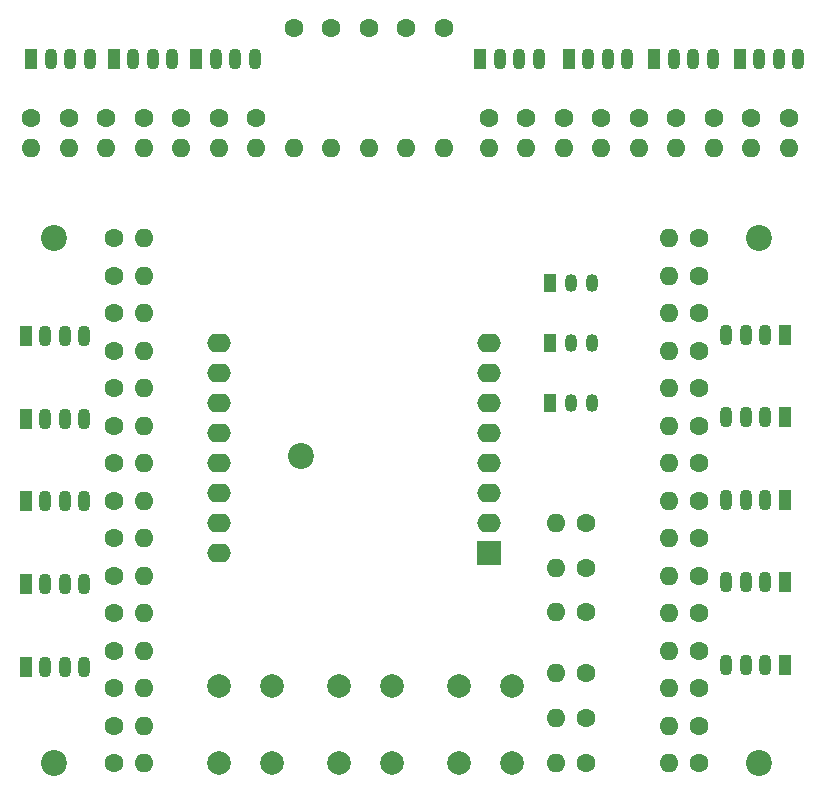
<source format=gbr>
%TF.GenerationSoftware,KiCad,Pcbnew,6.0.2-1.fc35*%
%TF.CreationDate,2022-04-11T21:16:46+02:00*%
%TF.ProjectId,lampe,6c616d70-652e-46b6-9963-61645f706362,v2*%
%TF.SameCoordinates,Original*%
%TF.FileFunction,Soldermask,Bot*%
%TF.FilePolarity,Negative*%
%FSLAX46Y46*%
G04 Gerber Fmt 4.6, Leading zero omitted, Abs format (unit mm)*
G04 Created by KiCad (PCBNEW 6.0.2-1.fc35) date 2022-04-11 21:16:46*
%MOMM*%
%LPD*%
G01*
G04 APERTURE LIST*
%ADD10R,1.070000X1.800000*%
%ADD11O,1.070000X1.800000*%
%ADD12R,1.050000X1.500000*%
%ADD13O,1.050000X1.500000*%
%ADD14C,1.600000*%
%ADD15O,1.600000X1.600000*%
%ADD16C,2.000000*%
%ADD17R,2.000000X2.000000*%
%ADD18O,2.000000X1.600000*%
%ADD19C,2.200000*%
G04 APERTURE END LIST*
D10*
%TO.C,D1*%
X178308000Y-151575000D03*
D11*
X179959000Y-151575000D03*
X181610000Y-151575000D03*
X183261000Y-151575000D03*
%TD*%
D10*
%TO.C,D2*%
X178308000Y-144526500D03*
D11*
X179959000Y-144526500D03*
X181610000Y-144526500D03*
X183261000Y-144526500D03*
%TD*%
D10*
%TO.C,D3*%
X178308000Y-137541500D03*
D11*
X179959000Y-137541500D03*
X181610000Y-137541500D03*
X183261000Y-137541500D03*
%TD*%
D10*
%TO.C,D4*%
X178308000Y-130556500D03*
D11*
X179959000Y-130556500D03*
X181610000Y-130556500D03*
X183261000Y-130556500D03*
%TD*%
D10*
%TO.C,D5*%
X178308000Y-123571500D03*
D11*
X179959000Y-123571500D03*
X181610000Y-123571500D03*
X183261000Y-123571500D03*
%TD*%
D10*
%TO.C,D7*%
X242570000Y-144398500D03*
D11*
X240919000Y-144398500D03*
X239268000Y-144398500D03*
X237617000Y-144398500D03*
%TD*%
%TO.C,D8*%
X237617000Y-137413500D03*
X239268000Y-137413500D03*
X240919000Y-137413500D03*
D10*
X242570000Y-137413500D03*
%TD*%
D11*
%TO.C,D9*%
X237617000Y-130428500D03*
X239268000Y-130428500D03*
X240919000Y-130428500D03*
D10*
X242570000Y-130428500D03*
%TD*%
%TO.C,D10*%
X242570000Y-123443500D03*
D11*
X240919000Y-123443500D03*
X239268000Y-123443500D03*
X237617000Y-123443500D03*
%TD*%
D10*
%TO.C,D11*%
X178752500Y-100076500D03*
D11*
X180403500Y-100076500D03*
X182054500Y-100076500D03*
X183705500Y-100076500D03*
%TD*%
D10*
%TO.C,D12*%
X185737500Y-100076500D03*
D11*
X187388500Y-100076500D03*
X189039500Y-100076500D03*
X190690500Y-100076500D03*
%TD*%
D10*
%TO.C,D13*%
X192722500Y-100076500D03*
D11*
X194373500Y-100076500D03*
X196024500Y-100076500D03*
X197675500Y-100076500D03*
%TD*%
D10*
%TO.C,D14*%
X216789000Y-100076500D03*
D11*
X218440000Y-100076500D03*
X220091000Y-100076500D03*
X221742000Y-100076500D03*
%TD*%
D10*
%TO.C,D15*%
X224282000Y-100076500D03*
D11*
X225933000Y-100076500D03*
X227584000Y-100076500D03*
X229235000Y-100076500D03*
%TD*%
D10*
%TO.C,D16*%
X231521000Y-100076500D03*
D11*
X233172000Y-100076500D03*
X234823000Y-100076500D03*
X236474000Y-100076500D03*
%TD*%
D10*
%TO.C,D17*%
X238760000Y-100076500D03*
D11*
X240411000Y-100076500D03*
X242062000Y-100076500D03*
X243713000Y-100076500D03*
%TD*%
D12*
%TO.C,QB1*%
X222635721Y-129244500D03*
D13*
X224413721Y-129244500D03*
X226191721Y-129244500D03*
%TD*%
D12*
%TO.C,QG1*%
X222635721Y-124164500D03*
D13*
X224413721Y-124164500D03*
X226191721Y-124164500D03*
%TD*%
D12*
%TO.C,QR1*%
X222635721Y-119084500D03*
D13*
X224413721Y-119084500D03*
X226191721Y-119084500D03*
%TD*%
D14*
%TO.C,CB1*%
X225742500Y-143192500D03*
D15*
X223202500Y-143192500D03*
%TD*%
D14*
%TO.C,CG1*%
X225742500Y-139382500D03*
D15*
X223202500Y-139382500D03*
%TD*%
D14*
%TO.C,CR1*%
X225742500Y-146875500D03*
D15*
X223202500Y-146875500D03*
%TD*%
D14*
%TO.C,RX1*%
X225742500Y-152082500D03*
D15*
X223202500Y-152082500D03*
%TD*%
D14*
%TO.C,RY1*%
X225742500Y-155892500D03*
D15*
X223202500Y-155892500D03*
%TD*%
D14*
%TO.C,RZ1*%
X225742500Y-159702500D03*
D15*
X223202500Y-159702500D03*
%TD*%
D14*
%TO.C,B1*%
X185737500Y-159702500D03*
D15*
X188277500Y-159702500D03*
%TD*%
D14*
%TO.C,B2*%
X185737500Y-150177500D03*
D15*
X188277500Y-150177500D03*
%TD*%
D14*
%TO.C,B3*%
X185737500Y-140652500D03*
D15*
X188277500Y-140652500D03*
%TD*%
D14*
%TO.C,B4*%
X185737500Y-131127500D03*
D15*
X188277500Y-131127500D03*
%TD*%
D14*
%TO.C,B5*%
X185737500Y-121602500D03*
D15*
X188277500Y-121602500D03*
%TD*%
D14*
%TO.C,B7*%
X235267500Y-150177500D03*
D15*
X232727500Y-150177500D03*
%TD*%
D14*
%TO.C,B8*%
X235267500Y-140652500D03*
D15*
X232727500Y-140652500D03*
%TD*%
D14*
%TO.C,RpB9*%
X235267500Y-131127500D03*
D15*
X232727500Y-131127500D03*
%TD*%
D14*
%TO.C,B10*%
X235267500Y-121602500D03*
D15*
X232727500Y-121602500D03*
%TD*%
D14*
%TO.C,B11*%
X185102500Y-105092500D03*
D15*
X185102500Y-107632500D03*
%TD*%
D14*
%TO.C,B12*%
X194627500Y-105092500D03*
D15*
X194627500Y-107632500D03*
%TD*%
D14*
%TO.C,B13*%
X204152500Y-97472500D03*
D15*
X204152500Y-107632500D03*
%TD*%
D14*
%TO.C,B14*%
X213677500Y-97472500D03*
D15*
X213677500Y-107632500D03*
%TD*%
D14*
%TO.C,B15*%
X223837500Y-105092500D03*
D15*
X223837500Y-107632500D03*
%TD*%
D14*
%TO.C,B16*%
X233362500Y-105092500D03*
D15*
X233362500Y-107632500D03*
%TD*%
D14*
%TO.C,B17*%
X242887500Y-105092500D03*
D15*
X242887500Y-107632500D03*
%TD*%
D14*
%TO.C,G1*%
X185737500Y-156527500D03*
D15*
X188277500Y-156527500D03*
%TD*%
D14*
%TO.C,G2*%
X185737500Y-147002500D03*
D15*
X188277500Y-147002500D03*
%TD*%
D14*
%TO.C,G3*%
X185737500Y-137477500D03*
D15*
X188277500Y-137477500D03*
%TD*%
D14*
%TO.C,G4*%
X185737500Y-127952500D03*
D15*
X188277500Y-127952500D03*
%TD*%
D14*
%TO.C,G5*%
X185737500Y-118427500D03*
D15*
X188277500Y-118427500D03*
%TD*%
D14*
%TO.C,G7*%
X235267500Y-147002500D03*
D15*
X232727500Y-147002500D03*
%TD*%
D14*
%TO.C,G8*%
X235267500Y-137477500D03*
D15*
X232727500Y-137477500D03*
%TD*%
D14*
%TO.C,RpG9*%
X235267500Y-127952500D03*
D15*
X232727500Y-127952500D03*
%TD*%
D14*
%TO.C,G10*%
X235267500Y-118427500D03*
D15*
X232727500Y-118427500D03*
%TD*%
D14*
%TO.C,G11*%
X181927500Y-105092500D03*
D15*
X181927500Y-107632500D03*
%TD*%
D14*
%TO.C,G12*%
X191452500Y-105092500D03*
D15*
X191452500Y-107632500D03*
%TD*%
D14*
%TO.C,G13*%
X200977500Y-97472500D03*
D15*
X200977500Y-107632500D03*
%TD*%
D14*
%TO.C,G14*%
X210502500Y-97472500D03*
D15*
X210502500Y-107632500D03*
%TD*%
D14*
%TO.C,G15*%
X220662500Y-105092500D03*
D15*
X220662500Y-107632500D03*
%TD*%
D14*
%TO.C,G16*%
X230187500Y-105092500D03*
D15*
X230187500Y-107632500D03*
%TD*%
D14*
%TO.C,G17*%
X239712500Y-105092500D03*
D15*
X239712500Y-107632500D03*
%TD*%
D14*
%TO.C,R1*%
X185737500Y-153352500D03*
D15*
X188277500Y-153352500D03*
%TD*%
D14*
%TO.C,R2*%
X185737500Y-143827500D03*
D15*
X188277500Y-143827500D03*
%TD*%
D14*
%TO.C,R3*%
X185737500Y-134302500D03*
D15*
X188277500Y-134302500D03*
%TD*%
D14*
%TO.C,R4*%
X185737500Y-124777500D03*
D15*
X188277500Y-124777500D03*
%TD*%
D14*
%TO.C,R5*%
X185737500Y-115252500D03*
D15*
X188277500Y-115252500D03*
%TD*%
D14*
%TO.C,R7*%
X235267500Y-143827500D03*
D15*
X232727500Y-143827500D03*
%TD*%
D14*
%TO.C,R8*%
X235267500Y-134302500D03*
D15*
X232727500Y-134302500D03*
%TD*%
D14*
%TO.C,R9*%
X235267500Y-124777500D03*
D15*
X232727500Y-124777500D03*
%TD*%
D14*
%TO.C,R10*%
X235267500Y-115252500D03*
D15*
X232727500Y-115252500D03*
%TD*%
D14*
%TO.C,R11*%
X178752500Y-105092500D03*
D15*
X178752500Y-107632500D03*
%TD*%
D14*
%TO.C,R12*%
X188277500Y-105092500D03*
D15*
X188277500Y-107632500D03*
%TD*%
D14*
%TO.C,R13*%
X197802500Y-105092500D03*
D15*
X197802500Y-107632500D03*
%TD*%
D14*
%TO.C,R14*%
X207327500Y-97472500D03*
D15*
X207327500Y-107632500D03*
%TD*%
D14*
%TO.C,R15*%
X217487500Y-105092500D03*
D15*
X217487500Y-107632500D03*
%TD*%
D14*
%TO.C,R16*%
X227012500Y-105092500D03*
D15*
X227012500Y-107632500D03*
%TD*%
D14*
%TO.C,R17*%
X236537500Y-105092500D03*
D15*
X236537500Y-107632500D03*
%TD*%
D16*
%TO.C,X1*%
X194627500Y-153202500D03*
X194627500Y-159702500D03*
X199127500Y-153202500D03*
X199127500Y-159702500D03*
%TD*%
%TO.C,Y1*%
X204787500Y-159702500D03*
X204787500Y-153202500D03*
X209287500Y-159702500D03*
X209287500Y-153202500D03*
%TD*%
%TO.C,Z1*%
X214947500Y-153202500D03*
X214947500Y-159702500D03*
X219447500Y-159702500D03*
X219447500Y-153202500D03*
%TD*%
D17*
%TO.C,U1*%
X217487500Y-141922500D03*
D18*
X217487500Y-139382500D03*
X217487500Y-136842500D03*
X217487500Y-134302500D03*
X217487500Y-131762500D03*
X217487500Y-129222500D03*
X217487500Y-126682500D03*
X217487500Y-124142500D03*
X194627500Y-124142500D03*
X194627500Y-126682500D03*
X194627500Y-129222500D03*
X194627500Y-131762500D03*
X194627500Y-134302500D03*
X194627500Y-136842500D03*
X194627500Y-139382500D03*
X194627500Y-141922500D03*
%TD*%
D10*
%TO.C,D6*%
X242570000Y-151383500D03*
D11*
X240919000Y-151383500D03*
X239268000Y-151383500D03*
X237617000Y-151383500D03*
%TD*%
D14*
%TO.C,R6*%
X235267500Y-153352500D03*
D15*
X232727500Y-153352500D03*
%TD*%
D14*
%TO.C,B6*%
X235267500Y-159702500D03*
D15*
X232727500Y-159702500D03*
%TD*%
D14*
%TO.C,G6*%
X235267500Y-156527500D03*
D15*
X232727500Y-156527500D03*
%TD*%
D19*
%TO.C,REF\u002A\u002A*%
X180657500Y-159702500D03*
%TD*%
%TO.C,REF\u002A\u002A*%
X240347500Y-159702500D03*
%TD*%
%TO.C,REF\u002A\u002A*%
X240347500Y-115252500D03*
%TD*%
%TO.C,REF\u002A\u002A*%
X180657500Y-115252500D03*
%TD*%
%TO.C,REF\u002A\u002A*%
X201612500Y-133667500D03*
%TD*%
M02*

</source>
